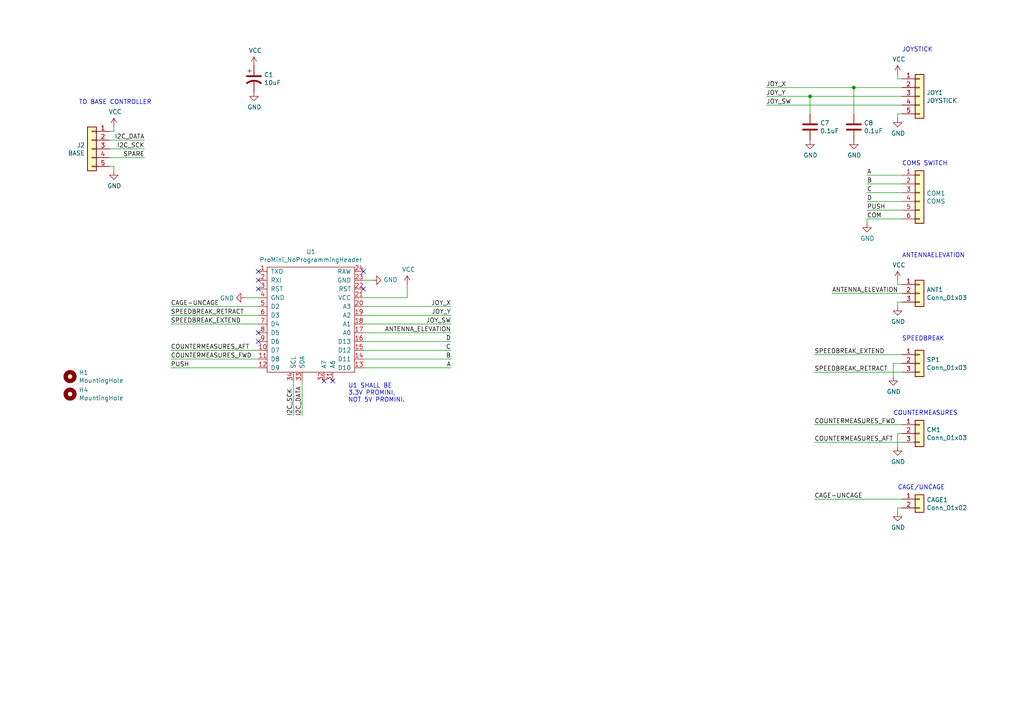
<source format=kicad_sch>
(kicad_sch (version 20230121) (generator eeschema)
  (paper "A4")
  (lib_symbols
    (symbol "Connector_Generic:Conn_01x02" (pin_names (offset 1.016) hide)
      (property "Reference" "J" (at 0 2.54 0))
      (property "Value" "Conn_01x02" (at 0 -5.08 0))
      (symbol "Conn_01x02_1_1"
        (rectangle (start -1.27 -2.413) (end 0 -2.667) (stroke (width 0.1524)))
        (rectangle (start -1.27 0.127) (end 0 -0.127) (stroke (width 0.1524)))
        (rectangle (start -1.27 1.27) (end 1.27 -3.81) (stroke (width 0.254)) (fill (type background)))
        (pin passive line (at -5.08 0 0) (length 3.81) (name "Pin_1") (number "1"))
        (pin passive line (at -5.08 -2.54 0) (length 3.81) (name "Pin_2") (number "2"))
      )
    )
    (symbol "Connector_Generic:Conn_01x03" (pin_names (offset 1.016) hide)
      (property "Reference" "J" (at 0 5.08 0))
      (property "Value" "Conn_01x03" (at 0 -5.08 0))
      (symbol "Conn_01x03_1_1"
        (rectangle (start -1.27 -2.413) (end 0 -2.667) (stroke (width 0.1524)))
        (rectangle (start -1.27 0.127) (end 0 -0.127) (stroke (width 0.1524)))
        (rectangle (start -1.27 2.667) (end 0 2.413) (stroke (width 0.1524)))
        (rectangle (start -1.27 3.81) (end 1.27 -3.81) (stroke (width 0.254)) (fill (type background)))
        (pin passive line (at -5.08 2.54 0) (length 3.81) (name "Pin_1") (number "1"))
        (pin passive line (at -5.08 0 0) (length 3.81) (name "Pin_2") (number "2"))
        (pin passive line (at -5.08 -2.54 0) (length 3.81) (name "Pin_3") (number "3"))
      )
    )
    (symbol "Connector_Generic:Conn_01x05" (pin_names (offset 1.016) hide)
      (property "Reference" "J" (at 0 7.62 0))
      (property "Value" "Conn_01x05" (at 0 -7.62 0))
      (symbol "Conn_01x05_1_1"
        (rectangle (start -1.27 -4.953) (end 0 -5.207) (stroke (width 0.1524)))
        (rectangle (start -1.27 -2.413) (end 0 -2.667) (stroke (width 0.1524)))
        (rectangle (start -1.27 0.127) (end 0 -0.127) (stroke (width 0.1524)))
        (rectangle (start -1.27 2.667) (end 0 2.413) (stroke (width 0.1524)))
        (rectangle (start -1.27 5.207) (end 0 4.953) (stroke (width 0.1524)))
        (rectangle (start -1.27 6.35) (end 1.27 -6.35) (stroke (width 0.254)) (fill (type background)))
        (pin passive line (at -5.08 5.08 0) (length 3.81) (name "Pin_1") (number "1"))
        (pin passive line (at -5.08 2.54 0) (length 3.81) (name "Pin_2") (number "2"))
        (pin passive line (at -5.08 0 0) (length 3.81) (name "Pin_3") (number "3"))
        (pin passive line (at -5.08 -2.54 0) (length 3.81) (name "Pin_4") (number "4"))
        (pin passive line (at -5.08 -5.08 0) (length 3.81) (name "Pin_5") (number "5"))
      )
    )
    (symbol "Connector_Generic:Conn_01x06" (pin_names (offset 1.016) hide)
      (property "Reference" "J" (at 0 7.62 0))
      (property "Value" "Conn_01x06" (at 0 -10.16 0))
      (symbol "Conn_01x06_1_1"
        (rectangle (start -1.27 -7.493) (end 0 -7.747) (stroke (width 0.1524)))
        (rectangle (start -1.27 -4.953) (end 0 -5.207) (stroke (width 0.1524)))
        (rectangle (start -1.27 -2.413) (end 0 -2.667) (stroke (width 0.1524)))
        (rectangle (start -1.27 0.127) (end 0 -0.127) (stroke (width 0.1524)))
        (rectangle (start -1.27 2.667) (end 0 2.413) (stroke (width 0.1524)))
        (rectangle (start -1.27 5.207) (end 0 4.953) (stroke (width 0.1524)))
        (rectangle (start -1.27 6.35) (end 1.27 -8.89) (stroke (width 0.254)) (fill (type background)))
        (pin passive line (at -5.08 5.08 0) (length 3.81) (name "Pin_1") (number "1"))
        (pin passive line (at -5.08 2.54 0) (length 3.81) (name "Pin_2") (number "2"))
        (pin passive line (at -5.08 0 0) (length 3.81) (name "Pin_3") (number "3"))
        (pin passive line (at -5.08 -2.54 0) (length 3.81) (name "Pin_4") (number "4"))
        (pin passive line (at -5.08 -5.08 0) (length 3.81) (name "Pin_5") (number "5"))
        (pin passive line (at -5.08 -7.62 0) (length 3.81) (name "Pin_6") (number "6"))
      )
    )
    (symbol "Device:C" (pin_numbers hide) (pin_names (offset 0.254))
      (property "Reference" "C" (at 0.635 2.54 0))
      (property "Value" "C" (at 0.635 -2.54 0))
      (symbol "C_0_1"
        (polyline (pts (xy -2.032 -0.762) (xy 2.032 -0.762)) (stroke (width 0.508)))
        (polyline (pts (xy -2.032 0.762) (xy 2.032 0.762)) (stroke (width 0.508)))
      )
      (symbol "C_1_1"
        (pin passive line (at 0 3.81 270) (length 2.794) (name "~") (number "1"))
        (pin passive line (at 0 -3.81 90) (length 2.794) (name "~") (number "2"))
      )
    )
    (symbol "HOTAS_Throttle-Inner-Grip-rescue:CP1-Device" (pin_numbers hide) (pin_names (offset 0.254) hide)
      (property "Reference" "C" (at 0.635 2.54 0))
      (property "Value" "CP1-Device" (at 0.635 -2.54 0))
      (symbol "CP1-Device_0_1"
        (polyline (pts (xy -2.032 0.762) (xy 2.032 0.762)) (stroke (width 0.508)))
        (polyline (pts (xy -1.778 2.286) (xy -0.762 2.286)))
        (polyline (pts (xy -1.27 1.778) (xy -1.27 2.794)))
        (arc (start 2.032 -1.27) (mid 0 -0.5572) (end -2.032 -1.27) (stroke (width 0.508)))
      )
      (symbol "CP1-Device_1_1"
        (pin passive line (at 0 3.81 270) (length 2.794) (name "~") (number "1"))
        (pin passive line (at 0 -3.81 90) (length 3.302) (name "~") (number "2"))
      )
    )
    (symbol "HOTAS_Throttle-Inner-Grip-rescue:ProMini_NoProgrammingHeader-Arduino_Pro_Mini_5v-THROTTLE_INNER_GRIP-rescue" (pin_names (offset 1.016))
      (property "Reference" "U" (at 0 6.35 0))
      (property "Value" "ProMini_NoProgrammingHeader-Arduino_Pro_Mini_5v-THROTTLE_INNER_GRIP-rescue" (at 0 3.81 0))
      (symbol "ProMini_NoProgrammingHeader-Arduino_Pro_Mini_5v-THROTTLE_INNER_GRIP-rescue_0_1"
        (rectangle (start -12.7 15.24) (end 12.7 -15.24))
      )
      (symbol "ProMini_NoProgrammingHeader-Arduino_Pro_Mini_5v-THROTTLE_INNER_GRIP-rescue_1_1"
        (pin output line (at -15.24 13.97 0) (length 2.54) (name "TXO") (number "1"))
        (pin bidirectional line (at -15.24 -8.89 0) (length 2.54) (name "D7") (number "10"))
        (pin bidirectional line (at -15.24 -11.43 0) (length 2.54) (name "D8") (number "11"))
        (pin bidirectional line (at -15.24 -13.97 0) (length 2.54) (name "D9") (number "12"))
        (pin bidirectional line (at 15.24 -13.97 180) (length 2.54) (name "D10") (number "13"))
        (pin bidirectional line (at 15.24 -11.43 180) (length 2.54) (name "D11") (number "14"))
        (pin bidirectional line (at 15.24 -8.89 180) (length 2.54) (name "D12") (number "15"))
        (pin bidirectional line (at 15.24 -6.35 180) (length 2.54) (name "D13") (number "16"))
        (pin bidirectional line (at 15.24 -3.81 180) (length 2.54) (name "A0") (number "17"))
        (pin bidirectional line (at 15.24 -1.27 180) (length 2.54) (name "A1") (number "18"))
        (pin bidirectional line (at 15.24 1.27 180) (length 2.54) (name "A2") (number "19"))
        (pin input line (at -15.24 11.43 0) (length 2.54) (name "RXI") (number "2"))
        (pin bidirectional line (at 15.24 3.81 180) (length 2.54) (name "A3") (number "20"))
        (pin power_out line (at 15.24 6.35 180) (length 2.54) (name "VCC") (number "21"))
        (pin input line (at 15.24 8.89 180) (length 2.54) (name "RST") (number "22"))
        (pin output line (at 15.24 11.43 180) (length 2.54) (name "GND") (number "23"))
        (pin power_in line (at 15.24 13.97 180) (length 2.54) (name "RAW") (number "24"))
        (pin input line (at -15.24 8.89 0) (length 2.54) (name "RST") (number "3"))
        (pin bidirectional line (at 6.35 -17.78 90) (length 2.54) (name "A6") (number "31"))
        (pin bidirectional line (at 3.81 -17.78 90) (length 2.54) (name "A7") (number "32"))
        (pin bidirectional line (at -2.54 -17.78 90) (length 2.54) (name "SDA") (number "33"))
        (pin bidirectional line (at -5.08 -17.78 90) (length 2.54) (name "SCL") (number "34"))
        (pin output line (at -15.24 6.35 0) (length 2.54) (name "GND") (number "4"))
        (pin bidirectional line (at -15.24 3.81 0) (length 2.54) (name "D2") (number "5"))
        (pin bidirectional line (at -15.24 1.27 0) (length 2.54) (name "D3") (number "6"))
        (pin bidirectional line (at -15.24 -1.27 0) (length 2.54) (name "D4") (number "7"))
        (pin bidirectional line (at -15.24 -3.81 0) (length 2.54) (name "D5") (number "8"))
        (pin bidirectional line (at -15.24 -6.35 0) (length 2.54) (name "D6") (number "9"))
      )
    )
    (symbol "Mechanical:MountingHole" (pin_names (offset 1.016))
      (property "Reference" "H" (at 0 5.08 0))
      (property "Value" "MountingHole" (at 0 3.175 0))
      (symbol "MountingHole_0_1"
        (circle (center 0 0) (radius 1.27) (stroke (width 1.27)))
      )
    )
    (symbol "power:GND" (power) (pin_names (offset 0))
      (property "Value" "GND" (at 0 -3.81 0))
      (symbol "GND_0_1"
        (polyline (pts (xy 0 0) (xy 0 -1.27) (xy 1.27 -1.27) (xy 0 -2.54) (xy -1.27 -1.27) (xy 0 -1.27)))
      )
      (symbol "GND_1_1"
        (pin power_in line (at 0 0 270) (length 0) hide (name "GND") (number "1"))
      )
    )
    (symbol "power:VCC" (power) (pin_names (offset 0))
      (property "Value" "VCC" (at 0 3.81 0))
      (symbol "VCC_0_1"
        (polyline (pts (xy -0.762 1.27) (xy 0 2.54)))
        (polyline (pts (xy 0 0) (xy 0 2.54)))
        (polyline (pts (xy 0 2.54) (xy 0.762 1.27)))
      )
      (symbol "VCC_1_1"
        (pin power_in line (at 0 0 90) (length 0) hide (name "VCC") (number "1"))
      )
    )
  )
  (junction (at 234.95 27.94))
  (junction (at 247.65 25.4))
  (no_connect (at 74.93 81.28))
  (no_connect (at 93.98 110.49))
  (no_connect (at 105.41 83.82))
  (no_connect (at 74.93 99.06))
  (no_connect (at 96.52 110.49))
  (no_connect (at 74.93 78.74))
  (no_connect (at 74.93 83.82))
  (no_connect (at 105.41 78.74))
  (no_connect (at 74.93 96.52))
  (wire (pts (xy 74.93 86.36) (xy 71.12 86.36)))
  (wire (pts (xy 33.02 48.26) (xy 31.75 48.26)))
  (wire (pts (xy 222.25 25.4) (xy 247.65 25.4)))
  (wire (pts (xy 236.22 128.27) (xy 261.62 128.27)))
  (wire (pts (xy 105.41 104.14) (xy 130.81 104.14)))
  (wire (pts (xy 261.62 144.78) (xy 236.22 144.78)))
  (wire (pts (xy 87.63 120.65) (xy 87.63 110.49)))
  (wire (pts (xy 259.08 109.22) (xy 259.08 105.41)))
  (wire (pts (xy 251.46 63.5) (xy 261.62 63.5)))
  (wire (pts (xy 49.53 104.14) (xy 74.93 104.14)))
  (wire (pts (xy 31.75 40.64) (xy 41.91 40.64)))
  (wire (pts (xy 261.62 33.02) (xy 260.35 33.02)))
  (wire (pts (xy 105.41 88.9) (xy 130.81 88.9)))
  (wire (pts (xy 33.02 49.53) (xy 33.02 48.26)))
  (wire (pts (xy 251.46 60.96) (xy 261.62 60.96)))
  (wire (pts (xy 105.41 99.06) (xy 130.81 99.06)))
  (wire (pts (xy 260.35 147.32) (xy 260.35 148.59)))
  (wire (pts (xy 236.22 107.95) (xy 261.62 107.95)))
  (wire (pts (xy 261.62 102.87) (xy 236.22 102.87)))
  (wire (pts (xy 105.41 101.6) (xy 130.81 101.6)))
  (wire (pts (xy 251.46 53.34) (xy 261.62 53.34)))
  (wire (pts (xy 85.09 110.49) (xy 85.09 120.65)))
  (wire (pts (xy 33.02 38.1) (xy 33.02 36.83)))
  (wire (pts (xy 49.53 93.98) (xy 74.93 93.98)))
  (wire (pts (xy 261.62 85.09) (xy 241.3 85.09)))
  (wire (pts (xy 251.46 50.8) (xy 261.62 50.8)))
  (wire (pts (xy 251.46 58.42) (xy 261.62 58.42)))
  (wire (pts (xy 247.65 33.02) (xy 247.65 25.4)))
  (wire (pts (xy 105.41 106.68) (xy 130.81 106.68)))
  (wire (pts (xy 222.25 27.94) (xy 234.95 27.94)))
  (wire (pts (xy 130.81 96.52) (xy 105.41 96.52)))
  (wire (pts (xy 118.11 86.36) (xy 105.41 86.36)))
  (wire (pts (xy 259.08 105.41) (xy 261.62 105.41)))
  (wire (pts (xy 260.35 87.63) (xy 261.62 87.63)))
  (wire (pts (xy 261.62 22.86) (xy 260.35 22.86)))
  (wire (pts (xy 260.35 33.02) (xy 260.35 34.29)))
  (wire (pts (xy 49.53 88.9) (xy 74.93 88.9)))
  (wire (pts (xy 107.95 81.28) (xy 105.41 81.28)))
  (wire (pts (xy 260.35 147.32) (xy 261.62 147.32)))
  (wire (pts (xy 260.35 22.86) (xy 260.35 21.59)))
  (wire (pts (xy 130.81 93.98) (xy 105.41 93.98)))
  (wire (pts (xy 31.75 38.1) (xy 33.02 38.1)))
  (wire (pts (xy 260.35 87.63) (xy 260.35 88.9)))
  (wire (pts (xy 41.91 43.18) (xy 31.75 43.18)))
  (wire (pts (xy 74.93 101.6) (xy 49.53 101.6)))
  (wire (pts (xy 234.95 27.94) (xy 261.62 27.94)))
  (wire (pts (xy 260.35 129.54) (xy 260.35 125.73)))
  (wire (pts (xy 260.35 82.55) (xy 260.35 81.28)))
  (wire (pts (xy 251.46 64.77) (xy 251.46 63.5)))
  (wire (pts (xy 261.62 123.19) (xy 236.22 123.19)))
  (wire (pts (xy 247.65 25.4) (xy 261.62 25.4)))
  (wire (pts (xy 74.93 91.44) (xy 49.53 91.44)))
  (wire (pts (xy 260.35 125.73) (xy 261.62 125.73)))
  (wire (pts (xy 105.41 91.44) (xy 130.81 91.44)))
  (wire (pts (xy 31.75 45.72) (xy 41.91 45.72)))
  (wire (pts (xy 74.93 106.68) (xy 49.53 106.68)))
  (wire (pts (xy 118.11 82.55) (xy 118.11 86.36)))
  (wire (pts (xy 261.62 82.55) (xy 260.35 82.55)))
  (wire (pts (xy 251.46 55.88) (xy 261.62 55.88)))
  (wire (pts (xy 222.25 30.48) (xy 261.62 30.48)))
  (wire (pts (xy 234.95 33.02) (xy 234.95 27.94)))
  (text "TO BASE CONTROLLER" (at 22.86 30.48 0) (effects (font (size 1.27 1.27)) (justify left bottom)))
  (text "U1 SHALL BE \n3.3V PROMINI, \nNOT 5V PROMINI." (at 100.965 116.84 0) (effects (font (size 1.27 1.27)) (justify left bottom)))
  (text "COUNTERMEASURES" (at 259.08 120.65 0) (effects (font (size 1.27 1.27)) (justify left bottom)))
  (text "JOYSTICK" (at 261.62 15.24 0) (effects (font (size 1.27 1.27)) (justify left bottom)))
  (text "SPEEDBREAK" (at 261.62 99.06 0) (effects (font (size 1.27 1.27)) (justify left bottom)))
  (text "CAGE/UNCAGE" (at 260.35 142.24 0) (effects (font (size 1.27 1.27)) (justify left bottom)))
  (text "COMS SWITCH" (at 261.62 48.26 0) (effects (font (size 1.27 1.27)) (justify left bottom)))
  (text "ANTENNAELEVATION" (at 261.62 74.93 0) (effects (font (size 1.27 1.27)) (justify left bottom)))
  (label "SPEEDBREAK_EXTEND" (at 49.53 93.98 0))
  (label "JOY_Y" (at 130.81 91.44 180))
  (label "SPEEDBREAK_EXTEND" (at 236.22 102.87 0))
  (label "CAGE-UNCAGE" (at 49.53 88.9 0))
  (label "COM" (at 251.46 63.5 0))
  (label "PUSH" (at 251.46 60.96 0))
  (label "CAGE-UNCAGE" (at 236.22 144.78 0))
  (label "D" (at 130.81 99.06 180))
  (label "COUNTERMEASURES_FWD" (at 49.53 104.14 0))
  (label "COUNTERMEASURES_AFT" (at 236.22 128.27 0))
  (label "D" (at 251.46 58.42 0))
  (label "I2C_DATA" (at 87.63 120.65 90))
  (label "A" (at 251.46 50.8 0))
  (label "ANTENNA_ELEVATION" (at 130.81 96.52 180))
  (label "COUNTERMEASURES_FWD" (at 236.22 123.19 0))
  (label "I2C_DATA" (at 41.91 40.64 180))
  (label "SPEEDBREAK_RETRACT" (at 49.53 91.44 0))
  (label "JOY_SW" (at 130.81 93.98 180))
  (label "COUNTERMEASURES_AFT" (at 49.53 101.6 0))
  (label "SPARE" (at 41.91 45.72 180))
  (label "A" (at 130.81 106.68 180))
  (label "PUSH" (at 49.53 106.68 0))
  (label "JOY_SW" (at 222.25 30.48 0))
  (label "C" (at 130.81 101.6 180))
  (label "JOY_Y" (at 222.25 27.94 0))
  (label "JOY_X" (at 222.25 25.4 0))
  (label "C" (at 251.46 55.88 0))
  (label "ANTENNA_ELEVATION" (at 241.3 85.09 0))
  (label "SPEEDBREAK_RETRACT" (at 236.22 107.95 0))
  (label "I2C_SCK" (at 41.91 43.18 180))
  (label "B" (at 251.46 53.34 0))
  (label "B" (at 130.81 104.14 180))
  (label "I2C_SCK" (at 85.09 120.65 90))
  (label "JOY_X" (at 130.81 88.9 180))
  (symbol (lib_id "Connector_Generic:Conn_01x05") (at 266.7 27.94 0) (unit 1)
    (property "Reference" "JOY1" (at 268.732 26.8732 0) (effects (justify left)))
    (property "Value" "JOYSTICK" (at 268.732 29.1846 0) (effects (justify left)))
    (property "Footprint" "Connector_JST:JST_PH_B5B-PH-K_1x05_P2.00mm_Vertical" (effects hide))
  )
  (symbol (lib_id "Connector_Generic:Conn_01x03") (at 266.7 85.09 0) (unit 1)
    (property "Reference" "ANT1" (at 268.732 84.0232 0) (effects (justify left)))
    (property "Value" "Conn_01x03" (at 268.732 86.3346 0) (effects (justify left)))
    (property "Footprint" "Connector_JST:JST_PH_B3B-PH-K_1x03_P2.00mm_Vertical" (effects hide))
  )
  (symbol (lib_id "Connector_Generic:Conn_01x06") (at 266.7 55.88 0) (unit 1)
    (property "Reference" "COM1" (at 268.732 56.0832 0) (effects (justify left)))
    (property "Value" "COMS" (at 268.732 58.3946 0) (effects (justify left)))
    (property "Footprint" "Connector_JST:JST_PH_B6B-PH-K_1x06_P2.00mm_Vertical" (effects hide))
  )
  (symbol (lib_id "Connector_Generic:Conn_01x03") (at 266.7 105.41 0) (unit 1)
    (property "Reference" "SP1" (at 268.732 104.3432 0) (effects (justify left)))
    (property "Value" "Conn_01x03" (at 268.732 106.6546 0) (effects (justify left)))
    (property "Footprint" "Connector_JST:JST_PH_B3B-PH-K_1x03_P2.00mm_Vertical" (effects hide))
  )
  (symbol (lib_id "Connector_Generic:Conn_01x03") (at 266.7 125.73 0) (unit 1)
    (property "Reference" "CM1" (at 268.732 124.6632 0) (effects (justify left)))
    (property "Value" "Conn_01x03" (at 268.732 126.9746 0) (effects (justify left)))
    (property "Footprint" "Connector_JST:JST_PH_B3B-PH-K_1x03_P2.00mm_Vertical" (effects hide))
  )
  (symbol (lib_id "Connector_Generic:Conn_01x02") (at 266.7 144.78 0) (unit 1)
    (property "Reference" "CAGE1" (at 268.732 144.9832 0) (effects (justify left)))
    (property "Value" "Conn_01x02" (at 268.732 147.2946 0) (effects (justify left)))
    (property "Footprint" "Connector_JST:JST_PH_B2B-PH-K_1x02_P2.00mm_Vertical" (effects hide))
  )
  (symbol (lib_id "power:VCC") (at 260.35 21.59 0) (unit 1)
    (property "Reference" "#PWR0101" (effects hide))
    (property "Value" "VCC" (at 260.731 17.1958 0))
  )
  (symbol (lib_id "power:GND") (at 260.35 34.29 0) (unit 1)
    (property "Reference" "#PWR0102" (effects hide))
    (property "Value" "GND" (at 260.477 38.6842 0))
  )
  (symbol (lib_id "power:VCC") (at 260.35 81.28 0) (unit 1)
    (property "Reference" "#PWR0107" (effects hide))
    (property "Value" "VCC" (at 260.731 76.8858 0))
  )
  (symbol (lib_id "power:GND") (at 260.35 88.9 0) (unit 1)
    (property "Reference" "#PWR0106" (effects hide))
    (property "Value" "GND" (at 260.477 93.2942 0))
  )
  (symbol (lib_id "power:GND") (at 259.08 109.22 0) (unit 1)
    (property "Reference" "#PWR0103" (effects hide))
    (property "Value" "GND" (at 259.207 113.6142 0))
  )
  (symbol (lib_id "power:GND") (at 260.35 129.54 0) (unit 1)
    (property "Reference" "#PWR0104" (effects hide))
    (property "Value" "GND" (at 260.477 133.9342 0))
  )
  (symbol (lib_id "power:GND") (at 260.35 148.59 0) (unit 1)
    (property "Reference" "#PWR0105" (effects hide))
    (property "Value" "GND" (at 260.477 152.9842 0))
  )
  (symbol (lib_id "Connector_Generic:Conn_01x05") (at 26.67 43.18 0) (mirror y) (unit 1)
    (property "Reference" "J2" (at 24.638 42.1132 0) (effects (justify left)))
    (property "Value" "BASE" (at 24.638 44.4246 0) (effects (justify left)))
    (property "Footprint" "Connector_JST:JST_PH_B5B-PH-K_1x05_P2.00mm_Vertical" (effects hide))
  )
  (symbol (lib_id "power:VCC") (at 33.02 36.83 0) (unit 1)
    (property "Reference" "#PWR0108" (effects hide))
    (property "Value" "VCC" (at 33.401 32.4358 0))
  )
  (symbol (lib_id "power:GND") (at 33.02 49.53 0) (unit 1)
    (property "Reference" "#PWR0109" (effects hide))
    (property "Value" "GND" (at 33.147 53.9242 0))
  )
  (symbol (lib_id "Device:C") (at 234.95 36.83 0) (unit 1)
    (property "Reference" "C7" (at 237.871 35.6616 0) (effects (justify left)))
    (property "Value" "0.1uF" (at 237.871 37.973 0) (effects (justify left)))
    (property "Footprint" "Capacitor_SMD:C_0603_1608Metric" (effects hide))
    (property "Datasheet" "https://datasheet.lcsc.com/szlcsc/YAGEO-CC0603KRX7R9BB104_C14663.pdf" (effects hide))
    (property "LCSC" "C14663" (effects hide))
  )
  (symbol (lib_id "Device:C") (at 247.65 36.83 0) (unit 1)
    (property "Reference" "C8" (at 250.571 35.6616 0) (effects (justify left)))
    (property "Value" "0.1uF" (at 250.571 37.973 0) (effects (justify left)))
    (property "Footprint" "Capacitor_SMD:C_0603_1608Metric" (effects hide))
    (property "Datasheet" "https://datasheet.lcsc.com/szlcsc/YAGEO-CC0603KRX7R9BB104_C14663.pdf" (effects hide))
    (property "LCSC" "C14663" (effects hide))
  )
  (symbol (lib_id "power:GND") (at 247.65 40.64 0) (unit 1)
    (property "Reference" "#PWR0111" (effects hide))
    (property "Value" "GND" (at 247.777 45.0342 0))
  )
  (symbol (lib_id "power:GND") (at 234.95 40.64 0) (unit 1)
    (property "Reference" "#PWR0110" (effects hide))
    (property "Value" "GND" (at 235.077 45.0342 0))
  )
  (symbol (lib_id "HOTAS_Throttle-Inner-Grip-rescue:ProMini_NoProgrammingHeader-Arduino_Pro_Mini_5v-THROTTLE_INNER_GRIP-rescue") (at 90.17 92.71 0) (unit 1)
    (property "Reference" "U1" (at 90.17 73.025 0))
    (property "Value" "ProMini_NoProgrammingHeader" (at 90.17 75.3364 0))
    (property "Footprint" "KiCAD_Libraries:Arduino_Mini_Pro_No_Programming_Header" (effects hide))
  )
  (symbol (lib_id "power:GND") (at 251.46 64.77 0) (unit 1)
    (property "Reference" "#PWR0112" (effects hide))
    (property "Value" "GND" (at 251.587 69.1642 0))
  )
  (symbol (lib_id "HOTAS_Throttle-Inner-Grip-rescue:CP1-Device") (at 73.66 22.86 0) (unit 1)
    (property "Reference" "C1" (at 76.581 21.6916 0) (effects (justify left)))
    (property "Value" "10uF" (at 76.581 24.003 0) (effects (justify left)))
    (property "Footprint" "Capacitor_SMD:C_1206_3216Metric" (effects hide))
    (property "Datasheet" "https://datasheet.lcsc.com/lcsc/1810221112_Samsung-Electro-Mechanics-CL31A106KBHNNNE_C13585.pdf" (effects hide))
    (property "LCSC" "C13585" (effects hide))
  )
  (symbol (lib_id "power:VCC") (at 73.66 19.05 0) (unit 1)
    (property "Reference" "#PWR0113" (effects hide))
    (property "Value" "VCC" (at 74.041 14.6558 0))
  )
  (symbol (lib_id "power:GND") (at 73.66 26.67 0) (unit 1)
    (property "Reference" "#PWR0114" (effects hide))
    (property "Value" "GND" (at 73.787 31.0642 0))
  )
  (symbol (lib_id "power:VCC") (at 118.11 82.55 0) (unit 1)
    (property "Reference" "#PWR0115" (effects hide))
    (property "Value" "VCC" (at 118.491 78.1558 0))
  )
  (symbol (lib_id "power:GND") (at 71.12 86.36 270) (unit 1)
    (property "Reference" "#PWR0116" (effects hide))
    (property "Value" "GND" (at 67.8688 86.487 90) (effects (justify right)))
  )
  (symbol (lib_id "Mechanical:MountingHole") (at 20.32 109.22 0) (unit 1)
    (property "Reference" "H1" (at 22.86 108.0516 0) (effects (justify left)))
    (property "Value" "MountingHole" (at 22.86 110.363 0) (effects (justify left)))
    (property "Footprint" "MountingHole:MountingHole_3mm" (effects hide))
  )
  (symbol (lib_id "Mechanical:MountingHole") (at 20.32 114.3 0) (unit 1)
    (property "Reference" "H4" (at 22.86 113.1316 0) (effects (justify left)))
    (property "Value" "MountingHole" (at 22.86 115.443 0) (effects (justify left)))
    (property "Footprint" "MountingHole:MountingHole_3mm" (effects hide))
  )
  (symbol (lib_id "power:GND") (at 107.95 81.28 90) (unit 1)
    (property "Reference" "#PWR0129" (effects hide))
    (property "Value" "GND" (at 111.2012 81.153 90) (effects (justify right)))
  )
)
</source>
